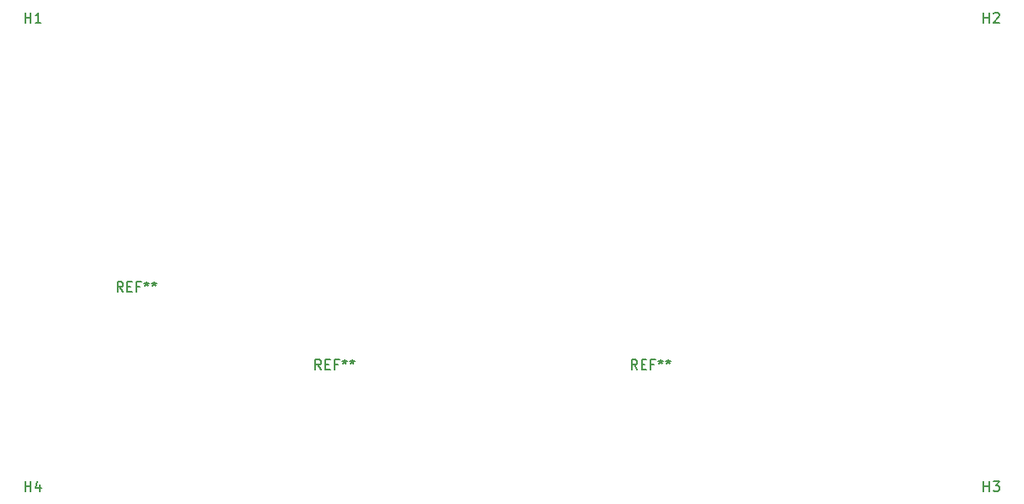
<source format=gbr>
G04 #@! TF.GenerationSoftware,KiCad,Pcbnew,5.0.2+dfsg1-1*
G04 #@! TF.CreationDate,2019-07-23T09:36:29-06:00*
G04 #@! TF.ProjectId,hl2-back,686c322d-6261-4636-9b2e-6b696361645f,rev?*
G04 #@! TF.SameCoordinates,Original*
G04 #@! TF.FileFunction,Legend,Top*
G04 #@! TF.FilePolarity,Positive*
%FSLAX46Y46*%
G04 Gerber Fmt 4.6, Leading zero omitted, Abs format (unit mm)*
G04 Created by KiCad (PCBNEW 5.0.2+dfsg1-1) date Tue 23 Jul 2019 09:36:29 AM MDT*
%MOMM*%
%LPD*%
G01*
G04 APERTURE LIST*
%ADD10C,0.150000*%
G04 APERTURE END LIST*
G04 #@! TO.C,REF\002A\002A*
D10*
X93666666Y-180152380D02*
X93333333Y-179676190D01*
X93095238Y-180152380D02*
X93095238Y-179152380D01*
X93476190Y-179152380D01*
X93571428Y-179200000D01*
X93619047Y-179247619D01*
X93666666Y-179342857D01*
X93666666Y-179485714D01*
X93619047Y-179580952D01*
X93571428Y-179628571D01*
X93476190Y-179676190D01*
X93095238Y-179676190D01*
X94095238Y-179628571D02*
X94428571Y-179628571D01*
X94571428Y-180152380D02*
X94095238Y-180152380D01*
X94095238Y-179152380D01*
X94571428Y-179152380D01*
X95333333Y-179628571D02*
X95000000Y-179628571D01*
X95000000Y-180152380D02*
X95000000Y-179152380D01*
X95476190Y-179152380D01*
X96000000Y-179152380D02*
X96000000Y-179390476D01*
X95761904Y-179295238D02*
X96000000Y-179390476D01*
X96238095Y-179295238D01*
X95857142Y-179580952D02*
X96000000Y-179390476D01*
X96142857Y-179580952D01*
X96761904Y-179152380D02*
X96761904Y-179390476D01*
X96523809Y-179295238D02*
X96761904Y-179390476D01*
X97000000Y-179295238D01*
X96619047Y-179580952D02*
X96761904Y-179390476D01*
X96904761Y-179580952D01*
G04 #@! TO.C,H1*
X64075759Y-145413784D02*
X64075759Y-144413784D01*
X64075759Y-144889975D02*
X64647187Y-144889975D01*
X64647187Y-145413784D02*
X64647187Y-144413784D01*
X65647187Y-145413784D02*
X65075759Y-145413784D01*
X65361473Y-145413784D02*
X65361473Y-144413784D01*
X65266235Y-144556642D01*
X65170997Y-144651880D01*
X65075759Y-144699499D01*
G04 #@! TO.C,H4*
X64073942Y-192335091D02*
X64073942Y-191335091D01*
X64073942Y-191811282D02*
X64645370Y-191811282D01*
X64645370Y-192335091D02*
X64645370Y-191335091D01*
X65550132Y-191668425D02*
X65550132Y-192335091D01*
X65312037Y-191287472D02*
X65073942Y-192001758D01*
X65692989Y-192001758D01*
G04 #@! TO.C,H3*
X159893720Y-192328678D02*
X159893720Y-191328678D01*
X159893720Y-191804869D02*
X160465148Y-191804869D01*
X160465148Y-192328678D02*
X160465148Y-191328678D01*
X160846101Y-191328678D02*
X161465148Y-191328678D01*
X161131815Y-191709631D01*
X161274672Y-191709631D01*
X161369910Y-191757250D01*
X161417529Y-191804869D01*
X161465148Y-191900107D01*
X161465148Y-192138202D01*
X161417529Y-192233440D01*
X161369910Y-192281059D01*
X161274672Y-192328678D01*
X160988958Y-192328678D01*
X160893720Y-192281059D01*
X160846101Y-192233440D01*
G04 #@! TO.C,H2*
X159887308Y-145412074D02*
X159887308Y-144412074D01*
X159887308Y-144888265D02*
X160458736Y-144888265D01*
X160458736Y-145412074D02*
X160458736Y-144412074D01*
X160887308Y-144507313D02*
X160934927Y-144459694D01*
X161030165Y-144412074D01*
X161268260Y-144412074D01*
X161363498Y-144459694D01*
X161411117Y-144507313D01*
X161458736Y-144602551D01*
X161458736Y-144697789D01*
X161411117Y-144840646D01*
X160839689Y-145412074D01*
X161458736Y-145412074D01*
G04 #@! TO.C,REF\002A\002A*
X125266666Y-180152380D02*
X124933333Y-179676190D01*
X124695238Y-180152380D02*
X124695238Y-179152380D01*
X125076190Y-179152380D01*
X125171428Y-179200000D01*
X125219047Y-179247619D01*
X125266666Y-179342857D01*
X125266666Y-179485714D01*
X125219047Y-179580952D01*
X125171428Y-179628571D01*
X125076190Y-179676190D01*
X124695238Y-179676190D01*
X125695238Y-179628571D02*
X126028571Y-179628571D01*
X126171428Y-180152380D02*
X125695238Y-180152380D01*
X125695238Y-179152380D01*
X126171428Y-179152380D01*
X126933333Y-179628571D02*
X126600000Y-179628571D01*
X126600000Y-180152380D02*
X126600000Y-179152380D01*
X127076190Y-179152380D01*
X127600000Y-179152380D02*
X127600000Y-179390476D01*
X127361904Y-179295238D02*
X127600000Y-179390476D01*
X127838095Y-179295238D01*
X127457142Y-179580952D02*
X127600000Y-179390476D01*
X127742857Y-179580952D01*
X128361904Y-179152380D02*
X128361904Y-179390476D01*
X128123809Y-179295238D02*
X128361904Y-179390476D01*
X128600000Y-179295238D01*
X128219047Y-179580952D02*
X128361904Y-179390476D01*
X128504761Y-179580952D01*
X73866666Y-172352380D02*
X73533333Y-171876190D01*
X73295238Y-172352380D02*
X73295238Y-171352380D01*
X73676190Y-171352380D01*
X73771428Y-171400000D01*
X73819047Y-171447619D01*
X73866666Y-171542857D01*
X73866666Y-171685714D01*
X73819047Y-171780952D01*
X73771428Y-171828571D01*
X73676190Y-171876190D01*
X73295238Y-171876190D01*
X74295238Y-171828571D02*
X74628571Y-171828571D01*
X74771428Y-172352380D02*
X74295238Y-172352380D01*
X74295238Y-171352380D01*
X74771428Y-171352380D01*
X75533333Y-171828571D02*
X75200000Y-171828571D01*
X75200000Y-172352380D02*
X75200000Y-171352380D01*
X75676190Y-171352380D01*
X76200000Y-171352380D02*
X76200000Y-171590476D01*
X75961904Y-171495238D02*
X76200000Y-171590476D01*
X76438095Y-171495238D01*
X76057142Y-171780952D02*
X76200000Y-171590476D01*
X76342857Y-171780952D01*
X76961904Y-171352380D02*
X76961904Y-171590476D01*
X76723809Y-171495238D02*
X76961904Y-171590476D01*
X77200000Y-171495238D01*
X76819047Y-171780952D02*
X76961904Y-171590476D01*
X77104761Y-171780952D01*
G04 #@! TD*
M02*

</source>
